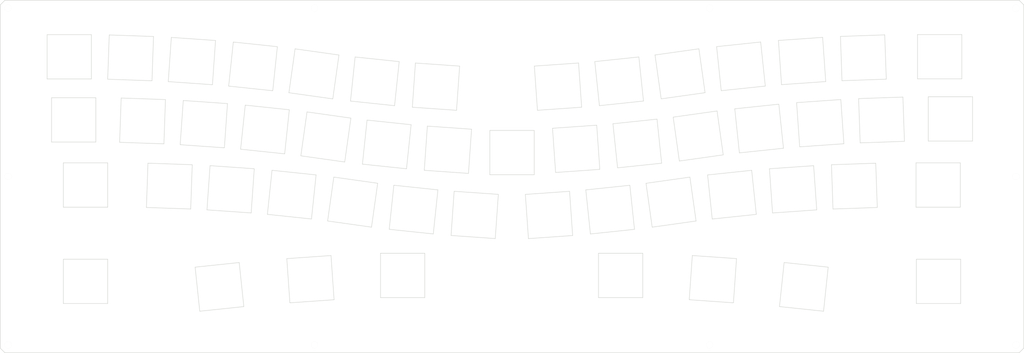
<source format=kicad_pcb>
(kicad_pcb (version 20211014) (generator pcbnew)
  (layers (0 "F.Cu" signal) (31 "B.Cu" signal) (34 "B.Paste" user) (35 "F.Paste" user) (36 "B.SilkS" user "B.Silkscreen") (37 "F.SilkS" user "F.Silkscreen") (38 "B.Mask" user) (39 "F.Mask" user) (44 "Edge.Cuts" user))
  (net 0 "")
  (footprint "kbd_Hole:m2_Screw_Hole_EdgeCuts" (layer "F.Cu") (at 234.325 120.25)
    (fp_text reference "J14" hide)
    (fp_text value "Conn_01x01" hide)
    (fp_circle (center 0 0) (end 1.1 0) (layer "Edge.Cuts") (width 0.01) (fill none))
  )
  (footprint "kbd_SW_Hole:SW_Hole_1u" (layer "F.Cu") (at 131.591 56.44 -6)
    (fp_text reference "SW21" hide)
    (fp_text value "SW_PUSH" hide)
    (fp_line (start 7.05 7.05) (end -7.05 7.05) (layer "Edge.Cuts") (width 0.15))
    (fp_line (start -7.05 7.05) (end -7.05 -7.05) (layer "Edge.Cuts") (width 0.15))
    (fp_line (start -7.05 -7.05) (end 7.05 -7.05) (layer "Edge.Cuts") (width 0.15))
    (fp_line (start 7.05 -7.05) (end 7.05 7.05) (layer "Edge.Cuts") (width 0.15))
  )
  (footprint "kbd_SW_Hole:SW_Hole_1u" (layer "F.Cu") (at 230.6996 53.757 8)
    (fp_text reference "SW34" hide)
    (fp_text value "SW_PUSH" hide)
    (fp_line (start 7.05 7.05) (end -7.05 7.05) (layer "Edge.Cuts") (width 0.15))
    (fp_line (start -7.05 -7.05) (end 7.05 -7.05) (layer "Edge.Cuts") (width 0.15))
    (fp_line (start -7.05 7.05) (end -7.05 -7.05) (layer "Edge.Cuts") (width 0.15))
    (fp_line (start 7.05 -7.05) (end 7.05 7.05) (layer "Edge.Cuts") (width 0.15))
  )
  (footprint "kbd_Hole:m2_Screw_Hole_EdgeCuts" (layer "F.Cu") (at 108.575 13.05)
    (fp_text reference "J11" hide)
    (fp_text value "Conn_01x01" hide)
    (fp_circle (center 0 0) (end 1.1 0) (layer "Edge.Cuts") (width 0.01) (fill none))
  )
  (footprint "kbd_SW_Hole:SW_Hole_1u" (layer "F.Cu") (at 30.54 28.55)
    (fp_text reference "SW1" hide)
    (fp_text value "SW_PUSH" hide)
    (fp_line (start 7.05 -7.05) (end 7.05 7.05) (layer "Edge.Cuts") (width 0.15))
    (fp_line (start -7.05 7.05) (end -7.05 -7.05) (layer "Edge.Cuts") (width 0.15))
    (fp_line (start 7.05 7.05) (end -7.05 7.05) (layer "Edge.Cuts") (width 0.15))
    (fp_line (start -7.05 -7.05) (end 7.05 -7.05) (layer "Edge.Cuts") (width 0.15))
  )
  (footprint "kbd_Hole:m2_Screw_Hole_EdgeCuts" (layer "F.Cu") (at 234.325 13.05)
    (fp_text reference "J12" hide)
    (fp_text value "Conn_01x01" hide)
    (fp_circle (center 0 0) (end 1.1 0) (layer "Edge.Cuts") (width 0.01) (fill none))
  )
  (footprint "kbd_SW_Hole:SW_Hole_1u" (layer "F.Cu") (at 211.31535 56.1355 6)
    (fp_text reference "SW31" hide)
    (fp_text value "SW_PUSH" hide)
    (fp_line (start 7.05 -7.05) (end 7.05 7.05) (layer "Edge.Cuts") (width 0.15))
    (fp_line (start 7.05 7.05) (end -7.05 7.05) (layer "Edge.Cuts") (width 0.15))
    (fp_line (start -7.05 -7.05) (end 7.05 -7.05) (layer "Edge.Cuts") (width 0.15))
    (fp_line (start -7.05 7.05) (end -7.05 -7.05) (layer "Edge.Cuts") (width 0.15))
  )
  (footprint "kbd_SW_Hole:SW_Hole_1.75u" (layer "F.Cu") (at 35.71875 69.36)
    (fp_text reference "SW3" hide)
    (fp_text value "SW_PUSH" hide)
    (fp_line (start -7.05 7.05) (end -7.05 -7.05) (layer "Edge.Cuts") (width 0.15))
    (fp_line (start 7.05 7.05) (end -7.05 7.05) (layer "Edge.Cuts") (width 0.15))
    (fp_line (start 7.05 -7.05) (end 7.05 7.05) (layer "Edge.Cuts") (width 0.15))
    (fp_line (start -7.05 -7.05) (end 7.05 -7.05) (layer "Edge.Cuts") (width 0.15))
  )
  (footprint "kbd_SW_Hole:SW_Hole_1u" (layer "F.Cu") (at 108.4092 33.985 -8)
    (fp_text reference "SW16" hide)
    (fp_text value "SW_PUSH" hide)
    (fp_line (start -7.05 7.05) (end -7.05 -7.05) (layer "Edge.Cuts") (width 0.15))
    (fp_line (start -7.05 -7.05) (end 7.05 -7.05) (layer "Edge.Cuts") (width 0.15))
    (fp_line (start 7.05 -7.05) (end 7.05 7.05) (layer "Edge.Cuts") (width 0.15))
    (fp_line (start 7.05 7.05) (end -7.05 7.05) (layer "Edge.Cuts") (width 0.15))
  )
  (footprint "kbd_SW_Hole:SW_Hole_1u" (layer "F.Cu") (at 263.7589 29.89 4)
    (fp_text reference "SW41" hide)
    (fp_text value "SW_PUSH" hide)
    (fp_line (start 7.05 -7.05) (end 7.05 7.05) (layer "Edge.Cuts") (width 0.15))
    (fp_line (start 7.05 7.05) (end -7.05 7.05) (layer "Edge.Cuts") (width 0.15))
    (fp_line (start -7.05 -7.05) (end 7.05 -7.05) (layer "Edge.Cuts") (width 0.15))
    (fp_line (start -7.05 7.05) (end -7.05 -7.05) (layer "Edge.Cuts") (width 0.15))
  )
  (footprint "kbd_SW_Hole:SW_Hole_1u" (layer "F.Cu") (at 186.08 38.05 4)
    (fp_text reference "SW27" hide)
    (fp_text value "SW_PUSH" hide)
    (fp_line (start -7.05 -7.05) (end 7.05 -7.05) (layer "Edge.Cuts") (width 0.15))
    (fp_line (start 7.05 -7.05) (end 7.05 7.05) (layer "Edge.Cuts") (width 0.15))
    (fp_line (start -7.05 7.05) (end -7.05 -7.05) (layer "Edge.Cuts") (width 0.15))
    (fp_line (start 7.05 7.05) (end -7.05 7.05) (layer "Edge.Cuts") (width 0.15))
  )
  (footprint "kbd_SW_Hole:SW_Hole_1u" (layer "F.Cu") (at 35.71875 100.0125)
    (fp_text reference "SW4" hide)
    (fp_text value "SW_PUSH" hide)
    (fp_line (start -7.05 7.05) (end -7.05 -7.05) (layer "Edge.Cuts") (width 0.15))
    (fp_line (start 7.05 7.05) (end -7.05 7.05) (layer "Edge.Cuts") (width 0.15))
    (fp_line (start -7.05 -7.05) (end 7.05 -7.05) (layer "Edge.Cuts") (width 0.15))
    (fp_line (start 7.05 -7.05) (end 7.05 7.05) (layer "Edge.Cuts") (width 0.15))
  )
  (footprint "kbd_SW_Hole:SW_Hole_1.75u" (layer "F.Cu") (at 235.37 99.32 -4)
    (fp_text reference "SW40" hide)
    (fp_text value "SW_PUSH" hide)
    (fp_line (start 7.05 7.05) (end -7.05 7.05) (layer "Edge.Cuts") (width 0.15))
    (fp_line (start -7.05 -7.05) (end 7.05 -7.05) (layer "Edge.Cuts") (width 0.15))
    (fp_line (start 7.05 -7.05) (end 7.05 7.05) (layer "Edge.Cuts") (width 0.15))
    (fp_line (start -7.05 7.05) (end -7.05 -7.05) (layer "Edge.Cuts") (width 0.15))
  )
  (footprint "kbd_SW_Hole:SW_Hole_1.5u" (layer "F.Cu") (at 307.55066 28.528)
    (fp_text reference "SW48" hide)
    (fp_text value "SW_PUSH" hide)
    (fp_line (start 7.05 -7.05) (end 7.05 7.05) (layer "Edge.Cuts") (width 0.15))
    (fp_line (start -7.05 -7.05) (end 7.05 -7.05) (layer "Edge.Cuts") (width 0.15))
    (fp_line (start -7.05 7.05) (end -7.05 -7.05) (layer "Edge.Cuts") (width 0.15))
    (fp_line (start 7.05 7.05) (end -7.05 7.05) (layer "Edge.Cuts") (width 0.15))
  )
  (footprint "kbd_Hole:m2_Screw_Hole_EdgeCuts" (layer "F.Cu") (at 11.075 66.65)
    (fp_text reference "J9" hide)
    (fp_text value "Conn_01x01" hide)
    (fp_circle (center 0 0) (end 1.1 0) (layer "Edge.Cuts") (width 0.01) (fill none))
  )
  (footprint "kbd_SW_Hole:SW_Hole_1.25u" (layer "F.Cu") (at 310.95 48.315)
    (fp_text reference "SW49" hide)
    (fp_text value "SW_PUSH" hide)
    (fp_line (start -7.05 -7.05) (end 7.05 -7.05) (layer "Edge.Cuts") (width 0.15))
    (fp_line (start 7.05 -7.05) (end 7.05 7.05) (layer "Edge.Cuts") (width 0.15))
    (fp_line (start -7.05 7.05) (end -7.05 -7.05) (layer "Edge.Cuts") (width 0.15))
    (fp_line (start 7.05 7.05) (end -7.05 7.05) (layer "Edge.Cuts") (width 0.15))
  )
  (footprint "kbd_SW_Hole:SW_Hole_1u" (layer "F.Cu") (at 250.0835 51.376 6)
    (fp_text reference "SW38" hide)
    (fp_text value "SW_PUSH" hide)
    (fp_line (start 7.05 -7.05) (end 7.05 7.05) (layer "Edge.Cuts") (width 0.15))
    (fp_line (start 7.05 7.05) (end -7.05 7.05) (layer "Edge.Cuts") (width 0.15))
    (fp_line (start -7.05 -7.05) (end 7.05 -7.05) (layer "Edge.Cuts") (width 0.15))
    (fp_line (start -7.05 7.05) (end -7.05 -7.05) (layer "Edge.Cuts") (width 0.15))
  )
  (footprint "kbd_SW_Hole:SW_Hole_1u" (layer "F.Cu") (at 73.367 49.985 -4)
    (fp_text reference "SW9" hide)
    (fp_text value "SW_PUSH" hide)
    (fp_line (start -7.05 -7.05) (end 7.05 -7.05) (layer "Edge.Cuts") (width 0.15))
    (fp_line (start 7.05 7.05) (end -7.05 7.05) (layer "Edge.Cuts") (width 0.15))
    (fp_line (start -7.05 7.05) (end -7.05 -7.05) (layer "Edge.Cuts") (width 0.15))
    (fp_line (start 7.05 -7.05) (end 7.05 7.05) (layer "Edge.Cuts") (width 0.15))
  )
  (footprint "kbd_SW_Hole:SW_Hole_1u" (layer "F.Cu") (at 283.26154 28.865 2)
    (fp_text reference "SW45" hide)
    (fp_text value "SW_PUSH" hide)
    (fp_line (start -7.05 -7.05) (end 7.05 -7.05) (layer "Edge.Cuts") (width 0.15))
    (fp_line (start 7.05 -7.05) (end 7.05 7.05) (layer "Edge.Cuts") (width 0.15))
    (fp_line (start 7.05 7.05) (end -7.05 7.05) (layer "Edge.Cuts") (width 0.15))
    (fp_line (start -7.05 7.05) (end -7.05 -7.05) (layer "Edge.Cuts") (width 0.15))
  )
  (footprint "kbd_SW_Hole:SW_Hole_1u" (layer "F.Cu") (at 89.0252 31.605 -6)
    (fp_text reference "SW12" hide)
    (fp_text value "SW_PUSH" hide)
    (fp_line (start -7.05 -7.05) (end 7.05 -7.05) (layer "Edge.Cuts") (width 0.15))
    (fp_line (start -7.05 7.05) (end -7.05 -7.05) (layer "Edge.Cuts") (width 0.15))
    (fp_line (start 7.05 -7.05) (end 7.05 7.05) (layer "Edge.Cuts") (width 0.15))
    (fp_line (start 7.05 7.05) (end -7.05 7.05) (layer "Edge.Cuts") (width 0.15))
  )
  (footprint "kbd_SW_Hole:SW_Hole_1u" (layer "F.Cu") (at 120.7315 74.8 -8)
    (fp_text reference "SW18" hide)
    (fp_text value "SW_PUSH" hide)
    (fp_line (start -7.05 7.05) (end -7.05 -7.05) (layer "Edge.Cuts") (width 0.15))
    (fp_line (start 7.05 -7.05) (end 7.05 7.05) (layer "Edge.Cuts") (width 0.15))
    (fp_line (start 7.05 7.05) (end -7.05 7.05) (layer "Edge.Cuts") (width 0.15))
    (fp_line (start -7.05 -7.05) (end 7.05 -7.05) (layer "Edge.Cuts") (width 0.15))
  )
  (footprint "kbd_SW_Hole:SW_Hole_1u" (layer "F.Cu") (at 127.7938 36.36 -6)
    (fp_text reference "SW20" hide)
    (fp_text value "SW_PUSH" hide)
    (fp_line (start -7.05 -7.05) (end 7.05 -7.05) (layer "Edge.Cuts") (width 0.15))
    (fp_line (start -7.05 7.05) (end -7.05 -7.05) (layer "Edge.Cuts") (width 0.15))
    (fp_line (start 7.05 7.05) (end -7.05 7.05) (layer "Edge.Cuts") (width 0.15))
    (fp_line (start 7.05 -7.05) (end 7.05 7.05) (layer "Edge.Cuts") (width 0.15))
  )
  (footprint "kbd_SW_Hole:SW_Hole_1.25u" (layer "F.Cu") (at 206.021235 98.13)
    (fp_text reference "SW36" hide)
    (fp_text value "SW_PUSH" hide)
    (fp_line (start 7.05 7.05) (end -7.05 7.05) (layer "Edge.Cuts") (width 0.15))
    (fp_line (start 7.05 -7.05) (end 7.05 7.05) (layer "Edge.Cuts") (width 0.15))
    (fp_line (start -7.05 7.05) (end -7.05 -7.05) (layer "Edge.Cuts") (width 0.15))
    (fp_line (start -7.05 -7.05) (end 7.05 -7.05) (layer "Edge.Cuts") (width 0.15))
  )
  (footprint "kbd_Hole:m2_Screw_Hole_EdgeCuts" (layer "F.Cu") (at 331.825 66.65)
    (fp_text reference "J16" hide)
    (fp_text value "Conn_01x01" hide)
    (fp_circle (center 0 0) (end 1.1 0) (layer "Edge.Cuts") (width 0.01) (fill none))
  )
  (footprint "kbd_SW_Hole:SW_Hole_1u" (layer "F.Cu") (at 241.4411 72.425 6)
    (fp_text reference "SW39" hide)
    (fp_text value "SW_PUSH" hide)
    (fp_line (start 7.05 -7.05) (end 7.05 7.05) (layer "Edge.Cuts") (width 0.15))
    (fp_line (start 7.05 7.05) (end -7.05 7.05) (layer "Edge.Cuts") (width 0.15))
    (fp_line (start -7.05 -7.05) (end 7.05 -7.05) (layer "Edge.Cuts") (width 0.15))
    (fp_line (start -7.05 7.05) (end -7.05 -7.05) (layer "Edge.Cuts") (width 0.15))
  )
  (footprint "kbd_SW_Hole:SW_Hole_1u" (layer "F.Cu") (at 191.86005 57.837 4)
    (fp_text reference "SW28" hide)
    (fp_text value "SW_PUSH" hide)
    (fp_line (start 7.05 -7.05) (end 7.05 7.05) (layer "Edge.Cuts") (width 0.15))
    (fp_line (start -7.05 -7.05) (end 7.05 -7.05) (layer "Edge.Cuts") (width 0.15))
    (fp_line (start -7.05 7.05) (end -7.05 -7.05) (layer "Edge.Cuts") (width 0.15))
    (fp_line (start 7.05 7.05) (end -7.05 7.05) (layer "Edge.Cuts") (width 0.15))
  )
  (footprint "kbd_SW_Hole:SW_Hole_1u" (layer "F.Cu") (at 202.6731 77.185 6)
    (fp_text reference "SW32" hide)
    (fp_text value "SW_PUSH" hide)
    (fp_line (start 7.05 7.05) (end -7.05 7.05) (layer "Edge.Cuts") (width 0.15))
    (fp_line (start -7.05 -7.05) (end 7.05 -7.05) (layer "Edge.Cuts") (width 0.15))
    (fp_line (start 7.05 -7.05) (end 7.05 7.05) (layer "Edge.Cuts") (width 0.15))
    (fp_line (start -7.05 7.05) (end -7.05 -7.05) (layer "Edge.Cuts") (width 0.15))
  )
  (footprint "kbd_SW_Hole:SW_Hole_1u" (layer "F.Cu") (at 81.892 70.72 -4)
    (fp_text reference "SW10" hide)
    (fp_text value "SW_PUSH" hide)
    (fp_line (start -7.05 7.05) (end -7.05 -7.05) (layer "Edge.Cuts") (width 0.15))
    (fp_line (start -7.05 -7.05) (end 7.05 -7.05) (layer "Edge.Cuts") (width 0.15))
    (fp_line (start 7.05 7.05) (end -7.05 7.05) (layer "Edge.Cuts") (width 0.15))
    (fp_line (start 7.05 -7.05) (end 7.05 7.05) (layer "Edge.Cuts") (width 0.15))
  )
  (footprint "kbd_Hole:m2_Screw_Hole_EdgeCuts" (layer "F.Cu") (at 331.825 120.25)
    (fp_text reference "J17" hide)
    (fp_text value "Conn_01x01" hide)
    (fp_circle (center 0 0) (end 1.1 0) (layer "Edge.Cuts") (width 0.01) (fill none))
  )
  (footprint "kbd_SW_Hole:SW_Hole_1u" (layer "F.Cu") (at 101.3474 72.42 -6)
    (fp_text reference "SW14" hide)
    (fp_text value "SW_PUSH" hide)
    (fp_line (start -7.05 7.05) (end -7.05 -7.05) (layer "Edge.Cuts") (width 0.15))
    (fp_line (start -7.05 -7.05) (end 7.05 -7.05) (layer "Edge.Cuts") (width 0.15))
    (fp_line (start 7.05 -7.05) (end 7.05 7.05) (layer "Edge.Cuts") (width 0.15))
    (fp_line (start 7.05 7.05) (end -7.05 7.05) (layer "Edge.Cuts") (width 0.15))
  )
  (footprint "kbd_SW_Hole:SW_Hole_1u" (layer "F.Cu") (at 289.0421 48.655 2)
    (fp_text reference "SW46" hide)
    (fp_text value "SW_PUSH" hide)
    (fp_line (start -7.05 -7.05) (end 7.05 -7.05) (layer "Edge.Cuts") (width 0.15))
    (fp_line (start -7.05 7.05) (end -7.05 -7.05) (layer "Edge.Cuts") (width 0.15))
    (fp_line (start 7.05 -7.05) (end 7.05 7.05) (layer "Edge.Cuts") (width 0.15))
    (fp_line (start 7.05 7.05) (end -7.05 7.05) (layer "Edge.Cuts") (width 0.15))
  )
  (footprint "kbd_SW_Hole:SW_Hole_1u" (layer "F.Cu") (at 171.45 59.039946)
    (fp_text reference "SW26" hide)
    (fp_text value "SW_PUSH" hide)
    (fp_line (start 7.05 -7.05) (end 7.05 7.05) (layer "Edge.Cuts") (width 0.15))
    (fp_line (start -7.05 7.05) (end -7.05 -7.05) (layer "Edge.Cuts") (width 0.15))
    (fp_line (start 7.05 7.05) (end -7.05 7.05) (layer "Edge.Cuts") (width 0.15))
    (fp_line (start -7.05 -7.05) (end 7.05 -7.05) (layer "Edge.Cuts") (width 0.15))
  )
  (footprint "kbd_SW_Hole:SW_Hole_1.75u" (layer "F.Cu") (at 307.07 69.36)
    (fp_text reference "SW50" hide)
    (fp_text value "SW_PUSH" hide)
    (fp_line (start -7.05 7.05) (end -7.05 -7.05) (layer "Edge.Cuts") (width 0.15))
    (fp_line (start 7.05 7.05) (end -7.05 7.05) (layer "Edge.Cuts") (width 0.15))
    (fp_line (start 7.05 -7.05) (end 7.05 7.05) (layer "Edge.Cuts") (width 0.15))
    (fp_line (start -7.05 -7.05) (end 7.05 -7.05) (layer "Edge.Cuts") (width 0.15))
  )
  (footprint "kbd_SW_Hole:SW_Hole_1u" (layer "F.Cu") (at 244.30345 31.59 6)
    (fp_text reference "SW37" hide)
    (fp_text value "SW_PUSH" hide)
    (fp_line (start -7.05 7.05) (end -7.05 -7.05) (layer "Edge.Cuts") (width 0.15))
    (fp_line (start -7.05 -7.05) (end 7.05 -7.05) (layer "Edge.Cuts") (width 0.15))
    (fp_line (start 7.05 -7.05) (end 7.05 7.05) (layer "Edge.Cuts") (width 0.15))
    (fp_line (start 7.05 7.05) (end -7.05 7.05) (layer "Edge.Cuts") (width 0.15))
  )
  (footprint "kbd_SW_Hole:SW_Hole_1u" (layer "F.Cu") (at 205.53542 36.35 6)
    (fp_text reference "SW30" hide)
    (fp_text value "SW_PUSH" hide)
    (fp_line (start 7.05 7.05) (end -7.05 7.05) (layer "Edge.Cuts") (width 0.15))
    (fp_line (start 7.05 -7.05) (end 7.05 7.05) (layer "Edge.Cuts") (width 0.15))
    (fp_line (start -7.05 -7.05) (end 7.05 -7.05) (layer "Edge.Cuts") (width 0.15))
    (fp_line (start -7.05 7.05) (end -7.05 -7.05) (layer "Edge.Cuts") (width 0.15))
  )
  (footprint "kbd_SW_Hole:SW_Hole_1u" (layer "F.Cu") (at 53.8641 48.965 -2)
    (fp_text reference "SW6" hide)
    (fp_text value "SW_PUSH" hide)
    (fp_line (start 7.05 7.05) (end -7.05 7.05) (layer "Edge.Cuts") (width 0.15))
    (fp_line (start 7.05 -7.05) (end 7.05 7.05) (layer "Edge.Cuts") (width 0.15))
    (fp_line (start -7.05 7.05) (end -7.05 -7.05) (layer "Edge.Cuts") (width 0.15))
    (fp_line (start -7.05 -7.05) (end 7.05 -7.05) (layer "Edge.Cuts") (width 0.15))
  )
  (footprint "kbd_SW_Hole:SW_Hole_1u" (layer "F.Cu") (at 62.3891 69.7 -2)
    (fp_text reference "SW7" hide)
    (fp_text value "SW_PUSH" hide)
    (fp_line (start -7.05 -7.05) (end 7.05 -7.05) (layer "Edge.Cuts") (width 0.15))
    (fp_line (start 7.05 7.05) (end -7.05 7.05) (layer "Edge.Cuts") (width 0.15))
    (fp_line (start -7.05 7.05) (end -7.05 -7.05) (layer "Edge.Cuts") (width 0.15))
    (fp_line (start 7.05 -7.05) (end 7.05 7.05) (layer "Edge.Cuts") (width 0.15))
  )
  (footprint "kbd_Hole:m2_Screw_Hole_EdgeCuts" (layer "F.Cu") (at 11.075 120.25)
    (fp_text reference "J10" hide)
    (fp_text value "Conn_01x01" hide)
    (fp_circle (center 0 0) (end 1.1 0) (layer "Edge.Cuts") (width 0.01) (fill none))
  )
  (footprint "kbd_SW_Hole:SW_Hole_1u" (layer "F.Cu") (at 151.047 58.135 -4)
    (fp_text reference "SW24" hide)
    (fp_text value "SW_PUSH" hide)
    (fp_line (start -7.05 -7.05) (end 7.05 -7.05) (layer "Edge.Cuts") (width 0.15))
    (fp_line (start 7.05 7.05) (end -7.05 7.05) (layer "Edge.Cuts") (width 0.15))
    (fp_line (start -7.05 7.05) (end -7.05 -7.05) (layer "Edge.Cuts") (width 0.15))
    (fp_line (start 7.05 -7.05) (end 7.05 7.05) (layer "Edge.Cuts") (width 0.15))
  )
  (footprint "kbd_SW_Hole:SW_Hole_1.75u" (layer "F.Cu") (at 107.297 99.32 4)
    (fp_text reference "SW15" hide)
    (fp_text value "SW_PUSH" hide)
    (fp_line (start 7.05 7.05) (end -7.05 7.05) (layer "Edge.Cuts") (width 0.15))
    (fp_line (start 7.05 -7.05) (end 7.05 7.05) (layer "Edge.Cuts") (width 0.15))
    (fp_line (start -7.05 -7.05) (end 7.05 -7.05) (layer "Edge.Cuts") (width 0.15))
    (fp_line (start -7.05 7.05) (end -7.05 -7.05) (layer "Edge.Cuts") (width 0.15))
  )
  (footprint "kbd_SW_Hole:SW_Hole_1u" (layer "F.Cu") (at 92.82235 51.686 -6)
    (fp_text reference "SW13" hide)
    (fp_text value "SW_PUSH" hide)
    (fp_line (start 7.05 7.05) (end -7.05 7.05) (layer "Edge.Cuts") (width 0.15))
    (fp_line (start 7.05 -7.05) (end 7.05 7.05) (layer "Edge.Cuts") (width 0.15))
    (fp_line (start -7.05 -7.05) (end 7.05 -7.05) (layer "Edge.Cuts") (width 0.15))
    (fp_line (start -7.05 7.05) (end -7.05 -7.05) (layer "Edge.Cuts") (width 0.15))
  )
  (footprint "kbd_SW_Hole:SW_Hole_1u" (layer "F.Cu") (at 222.0571 74.805 8)
    (fp_text reference "SW35" hide)
    (fp_text value "SW_PUSH" hide)
    (fp_line (start 7.05 -7.05) (end 7.05 7.05) (layer "Edge.Cuts") (width 0.15))
    (fp_line (start 7.05 7.05) (end -7.05 7.05) (layer "Edge.Cuts") (width 0.15))
    (fp_line (start -7.05 -7.05) (end 7.05 -7.05) (layer "Edge.Cuts") (width 0.15))
    (fp_line (start -7.05 7.05) (end -7.05 -7.05) (layer "Edge.Cuts") (width 0.15))
  )
  (footprint "kbd_SW_Hole:SW_Hole_1u" (layer "F.Cu") (at 307.18125 100.0125)
    (fp_text reference "SW51" hide)
    (fp_text value "SW_PUSH" hide)
    (fp_line (start 7.05 7.05) (end -7.05 7.05) (layer "Edge.Cuts") (width 0.15))
    (fp_line (start -7.05 -7.05) (end 7.05 -7.05) (layer "Edge.Cuts") (width 0.15))
    (fp_line (start -7.05 7.05) (end -7.05 -7.05) (layer "Edge.Cuts") (width 0.15))
    (fp_line (start 7.05 -7.05) (end 7.05 7.05) (layer "Edge.Cuts") (width 0.15))
  )
  (footprint "kbd_SW_Hole:SW_Hole_1.25u" (layer "F.Cu") (at 264.31975 101.77 -6)
    (fp_text reference "SW44" hide)
    (fp_text value "SW_PUSH" hide)
    (fp_line (start 7.05 -7.05) (end 7.05 7.05) (layer "Edge.Cuts") (width 0.15))
    (fp_line (start 7.05 7.05) (end -7.05 7.05) (layer "Edge.Cuts") (width 0.15))
    (fp_line (start -7.05 7.05) (end -7.05 -7.05) (layer "Edge.Cuts") (width 0.15))
    (fp_line (start -7.05 -7.05) (end 7.05 -7.05) (layer "Edge.Cuts") (width 0.15))
  )
  (footprint "kbd_SW_Hole:SW_Hole_1u" (layer "F.Cu") (at 280.3996 69.703 2)
    (fp_text reference "SW47" hide)
    (fp_text value "SW_PUSH" hide)
    (fp_line (start -7.05 7.05) (end -7.05 -7.05) (layer "Edge.Cuts") (width 0.15))
    (fp_line (start -7.05 -7.05) (end 7.05 -7.05) (layer "Edge.Cuts") (width 0.15))
    (fp_line (start 7.05 -7.05) (end 7.05 7.05) (layer "Edge.Cuts") (width 0.15))
    (fp_line (start 7.05 7.05) (end -7.05 7.05) (layer "Edge.Cuts") (width 0.15))
  )
  (footprint "kbd_SW_Hole:SW_Hole_1u" (layer "F.Cu") (at 140.116 77.178 -6)
    (fp_text reference "SW22" hide)
    (fp_text value "SW_PUSH" hide)
    (fp_line (start 7.05 -7.05) (end 7.05 7.05) (layer "Edge.Cuts") (width 0.15))
    (fp_line (start -7.05 -7.05) (end 7.05 -7.05) (layer "Edge.Cuts") (width 0.15))
    (fp_line (start -7.05 7.05) (end -7.05 -7.05) (layer "Edge.Cuts") (width 0.15))
    (fp_line (start 7.05 7.05) (end -7.05 7.05) (layer "Edge.Cuts") (width 0.15))
  )
  (footprint "kbd_SW_Hole:SW_Hole_1u" (layer "F.Cu") (at 159.5717 78.875 -4)
    (fp_text reference "SW25" hide)
    (fp_text value "SW_PUSH" hide)
    (fp_line (start -7.05 -7.05) (end 7.05 -7.05) (layer "Edge.Cuts") (width 0.15))
    (fp_line (start 7.05 -7.05) (end 7.05 7.05) (layer "Edge.Cuts") (width 0.15))
    (fp_line (start -7.05 7.05) (end -7.05 -7.05) (layer "Edge.Cuts") (width 0.15))
    (fp_line (start 7.05 7.05) (end -7.05 7.05) (layer "Edge.Cuts") (width 0.15))
  )
  (footprint "kbd_SW_Hole:SW_Hole_1u" (layer "F.Cu") (at 260.8966 70.726 4)
    (fp_text reference "SW43" hide)
    (fp_text value "SW_PUSH" hide)
    (fp_line (start 7.05 -7.05) (end 7.05 7.05) (layer "Edge.Cuts") (width 0.15))
    (fp_line (start -7.05 7.05) (end -7.05 -7.05) (layer "Edge.Cuts") (width 0.15))
    (fp_line (start 7.05 7.05) (end -7.05 7.05) (layer "Edge.Cuts") (width 0.15))
    (fp_line (start -7.05 -7.05) (end 7.05 -7.05) (layer "Edge.Cuts") (width 0.15))
  )
  (footprint "kbd_SW_Hole:SW_Hole_1.25u" (layer "F.Cu") (at 31.95625 48.625)
    (fp_text reference "SW2" hide)
    (fp_text value "KEY_SWITCH" hide)
    (fp_line (start -7.05 7.05) (end -7.05 -7.05) (layer "Edge.Cuts") (width 0.15))
    (fp_line (start 7.05 7.05) (end -7.05 7.05) (layer "Edge.Cuts") (width 0.15))
    (fp_line (start -7.05 -7.05) (end 7.05 -7.05) (layer "Edge.Cuts") (width 0.15))
    (fp_line (start 7.05 -7.05) (end 7.05 7.05) (layer "Edge.Cuts") (width 0.15))
  )
  (footprint "kbd_SW_Hole:SW_Hole_1.25u" (layer "F.Cu") (at 78.3472 101.77 6)
    (fp_text reference "SW11" hide)
    (fp_text value "SW_PUSH" hide)
    (fp_line (start 7.05 -7.05) (end 7.05 7.05) (layer "Edge.Cuts") (width 0.15))
    (fp_line (start -7.05 7.05) (end -7.05 -7.05) (layer "Edge.Cuts") (width 0.15))
    (fp_line (start -7.05 -7.05) (end 7.05 -7.05) (layer "Edge.Cuts") (width 0.15))
    (fp_line (start 7.05 7.05) (end -7.05 7.05) (layer "Edge.Cuts") (width 0.15))
  )
  (footprint "kbd_Hole:m2_Screw_Hole_EdgeCuts" (layer "F.Cu") (at 331.825 13.05)
    (fp_text reference "J15" hide)
    (fp_text value "Conn_01x01" hide)
    (fp_circle (center 0 0) (end 1.1 0) (layer "Edge.Cuts") (width 0.01) (fill none))
  )
  (footprint "kbd_SW_Hole:SW_Hole_1u" (layer "F.Cu") (at 112.2066 54.064 -8)
    (fp_text reference "SW17" hide)
    (fp_text value "SW_PUSH" hide)
    (fp_line (start 7.05 7.05) (end -7.05 7.05) (layer "Edge.Cuts") (width 0.15))
    (fp_line (start -7.05 7.05) (end -7.05 -7.05) (layer "Edge.Cuts") (width 0.15))
    (fp_line (start 7.05 -7.05) (end 7.05 7.05) (layer "Edge.Cuts") (width 0.15))
    (fp_line (start -7.05 -7.05) (end 7.05 -7.05) (layer "Edge.Cuts") (width 0.15))
  )
  (footprint "kbd_SW_Hole:SW_Hole_1u" (layer "F.Cu") (at 269.539 49.677 4)
    (fp_text reference "SW42" hide)
    (fp_text value "SW_PUSH" hide)
    (fp_line (start -7.05 7.05) (end -7.05 -7.05) (layer "Edge.Cuts") (width 0.15))
    (fp_line (start 7.05 7.05) (end -7.05 7.05) (layer "Edge.Cuts") (width 0.15))
    (fp_line (start -7.05 -7.05) (end 7.05 -7.05) (layer "Edge.Cuts") (width 0.15))
    (fp_line (start 7.05 -7.05) (end 7.05 7.05) (layer "Edge.Cuts") (width 0.15))
  )
  (footprint "kbd_SW_Hole:SW_Hole_1.25u" (layer "F.Cu") (at 136.64575 98.13)
    (fp_text reference "SW19" hide)
    (fp_text value "SW_PUSH" hide)
    (fp_line (start 7.05 -7.05) (end 7.05 7.05) (layer "Edge.Cuts") (width 0.15))
    (fp_line (start -7.05 7.05) (end -7.05 -7.05) (layer "Edge.Cuts") (width 0.15))
    (fp_line (start 7.05 7.05) (end -7.05 7.05) (layer "Edge.Cuts") (width 0.15))
    (fp_line (start -7.05 -7.05) (end 7.05 -7.05) (layer "Edge.Cuts") (width 0.15))
  )
  (footprint "kbd_SW_Hole:SW_Hole_1u" (layer "F.Cu") (at 69.5696 29.907 -4)
    (fp_text reference "SW8" hide)
    (fp_text value "SW_PUSH" hide)
    (fp_line (start 7.05 7.05) (end -7.05 7.05) (layer "Edge.Cuts") (width 0.15))
    (fp_line (start -7.05 7.05) (end -7.05 -7.05) (layer "Edge.Cuts") (width 0.15))
    (fp_line (start 7.05 -7.05) (end 7.05 7.05) (layer "Edge.Cuts") (width 0.15))
    (fp_line (start -7.05 -7.05) (end 7.05 -7.05) (layer "Edge.Cuts") (width 0.15))
  )
  (footprint "kbd_Hole:m2_Screw_Hole_EdgeCuts" (layer "F.Cu") (at 11.075 13.05)
    (fp_text reference "J8" hide)
    (fp_text value "Conn_01x01" hide)
    (fp_circle (center 0 0) (end 1.1 0) (layer "Edge.Cuts") (width 0.01) (fill none))
  )
  (footprint "kbd_SW_Hole:SW_Hole_1u" (layer "F.Cu") (at 224.91943 33.97 8)
    (fp_text reference "SW33" hide)
    (fp_text value "SW_PUSH" hide)
    (fp_line (start 7.05 -7.05) (end 7.05 7.05) (layer "Edge.Cuts") (width 0.15))
    (fp_line (start -7.05 7.05) (end -7.05 -7.05) (layer "Edge.Cuts") (width 0.15))
    (fp_line (start -7.05 -7.05) (end 7.05 -7.05) (layer "Edge.Cuts") (width 0.15))
    (fp_line (start 7.05 7.05) (end -7.05 7.05) (layer "Edge.Cuts") (width 0.15))
  )
  (footprint "kbd_Hole:m2_Screw_Hole_EdgeCuts" (layer "F.Cu") (at 108.575 120.25)
    (fp_text reference "J13" hide)
    (fp_text value "Conn_01x01" hide)
    (fp_circle (center 0 0) (end 1.1 0) (layer "Edge.Cuts") (width 0.01) (fill none))
  )
  (footprint "kbd_SW_Hole:SW_Hole_1u" (layer "F.Cu") (at 50.0666 28.89 -2)
    (fp_text reference "SW5" hide)
    (fp_text value "SW_PUSH" hide)
    (fp_line (start -7.05 7.05) (end -7.05 -7.05) (layer "Edge.Cuts") (width 0.15))
    (fp_line (start 7.05 7.05) (end -7.05 7.05) (layer "Edge.Cuts") (width 0.15))
    (fp_line (start -7.05 -7.05) (end 7.05 -7.05) (layer "Edge.Cuts") (width 0.15))
    (fp_line (start 7.05 -7.05) (end 7.05 7.05) (layer "Edge.Cuts") (width 0.15))
  )
  (footprint "kbd_SW_Hole:SW_Hole_1u" (layer "F.Cu") (at 183.21772 78.885 4)
    (fp_text reference "SW29" hide)
    (fp_text value "SW_PUSH" hide)
    (fp_line (start 7.05 7.05) (end -7.05 7.05) (layer "Edge.Cuts") (width 0.15))
    (fp_line (start 7.05 -7.05) (end 7.05 7.05) (layer "Edge.Cuts") (width 0.15))
    (fp_line (start -7.05 -7.05) (end 7.05 -7.05) (layer "Edge.Cuts") (width 0.15))
    (fp_line (start -7.05 7.05) (end -7.05 -7.05) (layer "Edge.Cuts") (width 0.15))
  )
  (footprint "kbd_SW_Hole:SW_Hole_1u" (layer "F.Cu") (at 147.2495 38.057 -4)
    (fp_text reference "SW23" hide)
    (fp_text value "SW_PUSH" hide)
    (fp_line (start -7.05 7.05) (end -7.05 -7.05) (layer "Edge.Cuts") (width 0.15))
    (fp_line (start 7.05 -7.05) (end 7.05 7.05) (layer "Edge.Cuts") (width 0.15))
    (fp_line (start -7.05 -7.05) (end 7.05 -7.05) (layer "Edge.Cuts") (width 0.15))
    (fp_line (start 7.05 7.05) (end -7.05 7.05) (layer "Edge.Cuts") (width 0.15))
  )
  (gr_line (start 10.075 122.75) (end 8.575 121.25) (layer "Edge.Cuts") (width 0.15))
  (gr_line (start 334.325 121.25) (end 334.325 12.05) (layer "Edge.Cuts") (width 0.15))
  (gr_line (start 8.575 12.05) (end 10.075 10.55) (layer "Edge.Cuts") (width 0.15))
  (gr_line (start 332.825 122.75) (end 334.325 121.25) (layer "Edge.Cuts") (width 0.15))
  (gr_line (start 334.325 12.05) (end 332.825 10.55) (layer "Edge.Cuts") (width 0.15))
  (gr_line (start 332.825 10.55) (end 10.075 10.55) (layer "Edge.Cuts") (width 0.15))
  (gr_line (start 8.575 12.05) (end 8.575 121.25) (layer "Edge.Cuts") (width 0.15))
  (gr_line (start 10.075 122.75) (end 332.825 122.75) (layer "Edge.Cuts") (width 0.15))
)
</source>
